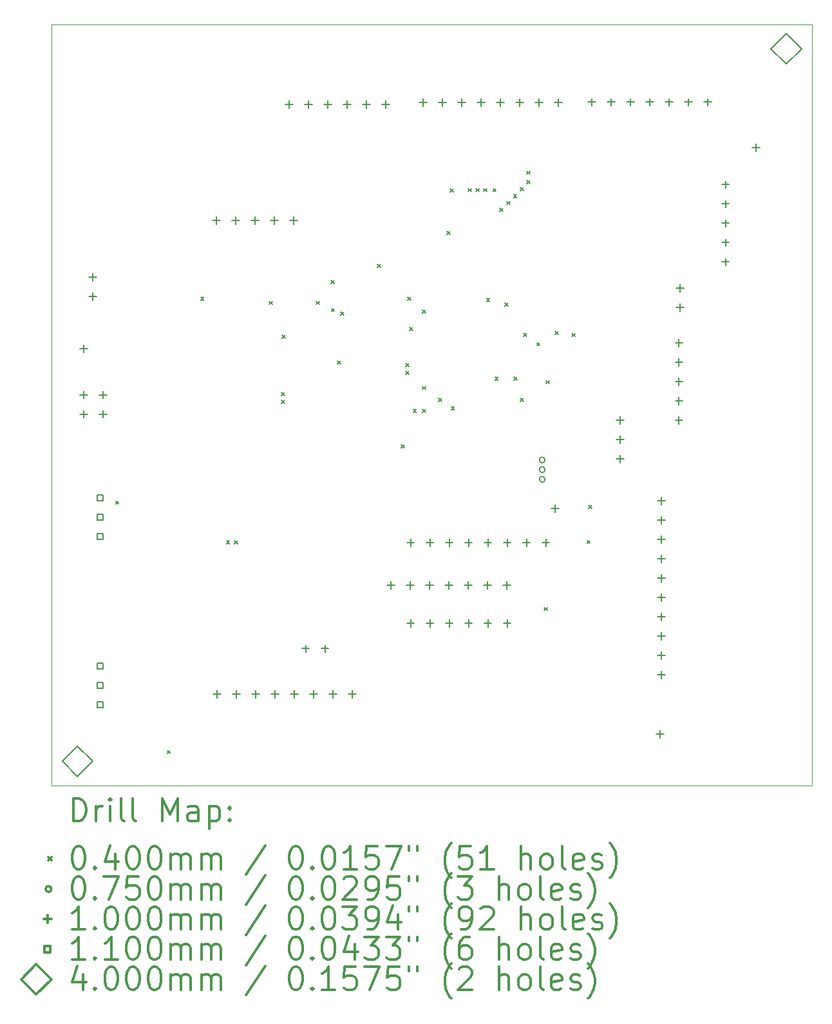
<source format=gbr>
%FSLAX45Y45*%
G04 Gerber Fmt 4.5, Leading zero omitted, Abs format (unit mm)*
G04 Created by KiCad (PCBNEW (5.1.12)-1) date 2022-08-06 16:23:51*
%MOMM*%
%LPD*%
G01*
G04 APERTURE LIST*
%TA.AperFunction,Profile*%
%ADD10C,0.050000*%
%TD*%
%ADD11C,0.200000*%
%ADD12C,0.300000*%
G04 APERTURE END LIST*
D10*
X1400000Y-19500000D02*
X1400000Y-9500000D01*
X11400000Y-19500000D02*
X1400000Y-19500000D01*
X11400000Y-9500000D02*
X11400000Y-19500000D01*
X1400000Y-9500000D02*
X11400000Y-9500000D01*
D11*
X2243750Y-15761250D02*
X2283750Y-15801250D01*
X2283750Y-15761250D02*
X2243750Y-15801250D01*
X2920000Y-19040000D02*
X2960000Y-19080000D01*
X2960000Y-19040000D02*
X2920000Y-19080000D01*
X3360000Y-13080000D02*
X3400000Y-13120000D01*
X3400000Y-13080000D02*
X3360000Y-13120000D01*
X3700000Y-16285000D02*
X3740000Y-16325000D01*
X3740000Y-16285000D02*
X3700000Y-16325000D01*
X3805000Y-16285000D02*
X3845000Y-16325000D01*
X3845000Y-16285000D02*
X3805000Y-16325000D01*
X4261350Y-13138650D02*
X4301350Y-13178650D01*
X4301350Y-13138650D02*
X4261350Y-13178650D01*
X4423750Y-14336250D02*
X4463750Y-14376250D01*
X4463750Y-14336250D02*
X4423750Y-14376250D01*
X4423750Y-14436250D02*
X4463750Y-14476250D01*
X4463750Y-14436250D02*
X4423750Y-14476250D01*
X4430000Y-13580000D02*
X4470000Y-13620000D01*
X4470000Y-13580000D02*
X4430000Y-13620000D01*
X4881350Y-13138650D02*
X4921350Y-13178650D01*
X4921350Y-13138650D02*
X4881350Y-13178650D01*
X5075000Y-12860000D02*
X5115000Y-12900000D01*
X5115000Y-12860000D02*
X5075000Y-12900000D01*
X5080000Y-13230000D02*
X5120000Y-13270000D01*
X5120000Y-13230000D02*
X5080000Y-13270000D01*
X5160000Y-13920000D02*
X5200000Y-13960000D01*
X5200000Y-13920000D02*
X5160000Y-13960000D01*
X5205000Y-13280000D02*
X5245000Y-13320000D01*
X5245000Y-13280000D02*
X5205000Y-13320000D01*
X5686250Y-12648750D02*
X5726250Y-12688750D01*
X5726250Y-12648750D02*
X5686250Y-12688750D01*
X6000000Y-15020000D02*
X6040000Y-15060000D01*
X6040000Y-15020000D02*
X6000000Y-15060000D01*
X6055000Y-13955000D02*
X6095000Y-13995000D01*
X6095000Y-13955000D02*
X6055000Y-13995000D01*
X6055000Y-14055000D02*
X6095000Y-14095000D01*
X6095000Y-14055000D02*
X6055000Y-14095000D01*
X6080000Y-13080000D02*
X6120000Y-13120000D01*
X6120000Y-13080000D02*
X6080000Y-13120000D01*
X6105000Y-13480000D02*
X6145000Y-13520000D01*
X6145000Y-13480000D02*
X6105000Y-13520000D01*
X6155000Y-14555000D02*
X6195000Y-14595000D01*
X6195000Y-14555000D02*
X6155000Y-14595000D01*
X6280000Y-13255000D02*
X6320000Y-13295000D01*
X6320000Y-13255000D02*
X6280000Y-13295000D01*
X6280000Y-14255000D02*
X6320000Y-14295000D01*
X6320000Y-14255000D02*
X6280000Y-14295000D01*
X6280000Y-14555000D02*
X6320000Y-14595000D01*
X6320000Y-14555000D02*
X6280000Y-14595000D01*
X6490000Y-14411359D02*
X6530000Y-14451359D01*
X6530000Y-14411359D02*
X6490000Y-14451359D01*
X6600000Y-12220000D02*
X6640000Y-12260000D01*
X6640000Y-12220000D02*
X6600000Y-12260000D01*
X6640000Y-11660000D02*
X6680000Y-11700000D01*
X6680000Y-11660000D02*
X6640000Y-11700000D01*
X6655000Y-14520001D02*
X6695000Y-14560001D01*
X6695000Y-14520001D02*
X6655000Y-14560001D01*
X6880000Y-11655000D02*
X6920000Y-11695000D01*
X6920000Y-11655000D02*
X6880000Y-11695000D01*
X6980000Y-11655000D02*
X7020000Y-11695000D01*
X7020000Y-11655000D02*
X6980000Y-11695000D01*
X7080000Y-11655000D02*
X7120000Y-11695000D01*
X7120000Y-11655000D02*
X7080000Y-11695000D01*
X7120000Y-13100000D02*
X7160000Y-13140000D01*
X7160000Y-13100000D02*
X7120000Y-13140000D01*
X7205000Y-11655000D02*
X7245000Y-11695000D01*
X7245000Y-11655000D02*
X7205000Y-11695000D01*
X7230000Y-14130000D02*
X7270000Y-14170000D01*
X7270000Y-14130000D02*
X7230000Y-14170000D01*
X7295625Y-11915625D02*
X7335625Y-11955625D01*
X7335625Y-11915625D02*
X7295625Y-11955625D01*
X7360000Y-13160000D02*
X7400000Y-13200000D01*
X7400000Y-13160000D02*
X7360000Y-13200000D01*
X7385625Y-11825625D02*
X7425625Y-11865625D01*
X7425625Y-11825625D02*
X7385625Y-11865625D01*
X7475625Y-11735625D02*
X7515625Y-11775625D01*
X7515625Y-11735625D02*
X7475625Y-11775625D01*
X7480000Y-14130000D02*
X7520000Y-14170000D01*
X7520000Y-14130000D02*
X7480000Y-14170000D01*
X7565000Y-14415000D02*
X7605000Y-14455000D01*
X7605000Y-14415000D02*
X7565000Y-14455000D01*
X7565625Y-11645625D02*
X7605625Y-11685625D01*
X7605625Y-11645625D02*
X7565625Y-11685625D01*
X7605000Y-13555000D02*
X7645000Y-13595000D01*
X7645000Y-13555000D02*
X7605000Y-13595000D01*
X7651500Y-11428500D02*
X7691500Y-11468500D01*
X7691500Y-11428500D02*
X7651500Y-11468500D01*
X7651500Y-11548500D02*
X7691500Y-11588500D01*
X7691500Y-11548500D02*
X7651500Y-11588500D01*
X7780000Y-13680000D02*
X7820000Y-13720000D01*
X7820000Y-13680000D02*
X7780000Y-13720000D01*
X7880000Y-17160000D02*
X7920000Y-17200000D01*
X7920000Y-17160000D02*
X7880000Y-17200000D01*
X7900000Y-14180000D02*
X7940000Y-14220000D01*
X7940000Y-14180000D02*
X7900000Y-14220000D01*
X8023750Y-13530000D02*
X8063750Y-13570000D01*
X8063750Y-13530000D02*
X8023750Y-13570000D01*
X8240000Y-13560000D02*
X8280000Y-13600000D01*
X8280000Y-13560000D02*
X8240000Y-13600000D01*
X8440000Y-16280000D02*
X8480000Y-16320000D01*
X8480000Y-16280000D02*
X8440000Y-16320000D01*
X8460000Y-15820000D02*
X8500000Y-15860000D01*
X8500000Y-15820000D02*
X8460000Y-15860000D01*
X7887500Y-15221000D02*
G75*
G03*
X7887500Y-15221000I-37500J0D01*
G01*
X7887500Y-15348000D02*
G75*
G03*
X7887500Y-15348000I-37500J0D01*
G01*
X7887500Y-15475000D02*
G75*
G03*
X7887500Y-15475000I-37500J0D01*
G01*
X1820000Y-13710000D02*
X1820000Y-13810000D01*
X1770000Y-13760000D02*
X1870000Y-13760000D01*
X1820000Y-14315000D02*
X1820000Y-14415000D01*
X1770000Y-14365000D02*
X1870000Y-14365000D01*
X1820000Y-14569000D02*
X1820000Y-14669000D01*
X1770000Y-14619000D02*
X1870000Y-14619000D01*
X1940000Y-12770000D02*
X1940000Y-12870000D01*
X1890000Y-12820000D02*
X1990000Y-12820000D01*
X1940000Y-13024000D02*
X1940000Y-13124000D01*
X1890000Y-13074000D02*
X1990000Y-13074000D01*
X2074000Y-14315000D02*
X2074000Y-14415000D01*
X2024000Y-14365000D02*
X2124000Y-14365000D01*
X2074000Y-14569000D02*
X2074000Y-14669000D01*
X2024000Y-14619000D02*
X2124000Y-14619000D01*
X3567000Y-12025000D02*
X3567000Y-12125000D01*
X3517000Y-12075000D02*
X3617000Y-12075000D01*
X3575000Y-18250000D02*
X3575000Y-18350000D01*
X3525000Y-18300000D02*
X3625000Y-18300000D01*
X3821000Y-12025000D02*
X3821000Y-12125000D01*
X3771000Y-12075000D02*
X3871000Y-12075000D01*
X3829000Y-18250000D02*
X3829000Y-18350000D01*
X3779000Y-18300000D02*
X3879000Y-18300000D01*
X4075000Y-12025000D02*
X4075000Y-12125000D01*
X4025000Y-12075000D02*
X4125000Y-12075000D01*
X4083000Y-18250000D02*
X4083000Y-18350000D01*
X4033000Y-18300000D02*
X4133000Y-18300000D01*
X4329000Y-12025000D02*
X4329000Y-12125000D01*
X4279000Y-12075000D02*
X4379000Y-12075000D01*
X4337000Y-18250000D02*
X4337000Y-18350000D01*
X4287000Y-18300000D02*
X4387000Y-18300000D01*
X4525000Y-10500000D02*
X4525000Y-10600000D01*
X4475000Y-10550000D02*
X4575000Y-10550000D01*
X4583000Y-12025000D02*
X4583000Y-12125000D01*
X4533000Y-12075000D02*
X4633000Y-12075000D01*
X4591000Y-18250000D02*
X4591000Y-18350000D01*
X4541000Y-18300000D02*
X4641000Y-18300000D01*
X4740000Y-17650000D02*
X4740000Y-17750000D01*
X4690000Y-17700000D02*
X4790000Y-17700000D01*
X4779000Y-10500000D02*
X4779000Y-10600000D01*
X4729000Y-10550000D02*
X4829000Y-10550000D01*
X4845000Y-18250000D02*
X4845000Y-18350000D01*
X4795000Y-18300000D02*
X4895000Y-18300000D01*
X4994000Y-17650000D02*
X4994000Y-17750000D01*
X4944000Y-17700000D02*
X5044000Y-17700000D01*
X5033000Y-10500000D02*
X5033000Y-10600000D01*
X4983000Y-10550000D02*
X5083000Y-10550000D01*
X5099000Y-18250000D02*
X5099000Y-18350000D01*
X5049000Y-18300000D02*
X5149000Y-18300000D01*
X5287000Y-10500000D02*
X5287000Y-10600000D01*
X5237000Y-10550000D02*
X5337000Y-10550000D01*
X5353000Y-18250000D02*
X5353000Y-18350000D01*
X5303000Y-18300000D02*
X5403000Y-18300000D01*
X5541000Y-10500000D02*
X5541000Y-10600000D01*
X5491000Y-10550000D02*
X5591000Y-10550000D01*
X5795000Y-10500000D02*
X5795000Y-10600000D01*
X5745000Y-10550000D02*
X5845000Y-10550000D01*
X5860000Y-16815000D02*
X5860000Y-16915000D01*
X5810000Y-16865000D02*
X5910000Y-16865000D01*
X6114000Y-16815000D02*
X6114000Y-16915000D01*
X6064000Y-16865000D02*
X6164000Y-16865000D01*
X6120000Y-16255000D02*
X6120000Y-16355000D01*
X6070000Y-16305000D02*
X6170000Y-16305000D01*
X6120000Y-17315000D02*
X6120000Y-17415000D01*
X6070000Y-17365000D02*
X6170000Y-17365000D01*
X6284000Y-10475000D02*
X6284000Y-10575000D01*
X6234000Y-10525000D02*
X6334000Y-10525000D01*
X6368000Y-16815000D02*
X6368000Y-16915000D01*
X6318000Y-16865000D02*
X6418000Y-16865000D01*
X6374000Y-16255000D02*
X6374000Y-16355000D01*
X6324000Y-16305000D02*
X6424000Y-16305000D01*
X6374000Y-17315000D02*
X6374000Y-17415000D01*
X6324000Y-17365000D02*
X6424000Y-17365000D01*
X6538000Y-10475000D02*
X6538000Y-10575000D01*
X6488000Y-10525000D02*
X6588000Y-10525000D01*
X6622000Y-16815000D02*
X6622000Y-16915000D01*
X6572000Y-16865000D02*
X6672000Y-16865000D01*
X6628000Y-16255000D02*
X6628000Y-16355000D01*
X6578000Y-16305000D02*
X6678000Y-16305000D01*
X6628000Y-17315000D02*
X6628000Y-17415000D01*
X6578000Y-17365000D02*
X6678000Y-17365000D01*
X6792000Y-10475000D02*
X6792000Y-10575000D01*
X6742000Y-10525000D02*
X6842000Y-10525000D01*
X6876000Y-16815000D02*
X6876000Y-16915000D01*
X6826000Y-16865000D02*
X6926000Y-16865000D01*
X6882000Y-16255000D02*
X6882000Y-16355000D01*
X6832000Y-16305000D02*
X6932000Y-16305000D01*
X6882000Y-17315000D02*
X6882000Y-17415000D01*
X6832000Y-17365000D02*
X6932000Y-17365000D01*
X7046000Y-10475000D02*
X7046000Y-10575000D01*
X6996000Y-10525000D02*
X7096000Y-10525000D01*
X7130000Y-16815000D02*
X7130000Y-16915000D01*
X7080000Y-16865000D02*
X7180000Y-16865000D01*
X7136000Y-16255000D02*
X7136000Y-16355000D01*
X7086000Y-16305000D02*
X7186000Y-16305000D01*
X7136000Y-17315000D02*
X7136000Y-17415000D01*
X7086000Y-17365000D02*
X7186000Y-17365000D01*
X7300000Y-10475000D02*
X7300000Y-10575000D01*
X7250000Y-10525000D02*
X7350000Y-10525000D01*
X7384000Y-16815000D02*
X7384000Y-16915000D01*
X7334000Y-16865000D02*
X7434000Y-16865000D01*
X7390000Y-16255000D02*
X7390000Y-16355000D01*
X7340000Y-16305000D02*
X7440000Y-16305000D01*
X7390000Y-17315000D02*
X7390000Y-17415000D01*
X7340000Y-17365000D02*
X7440000Y-17365000D01*
X7554000Y-10475000D02*
X7554000Y-10575000D01*
X7504000Y-10525000D02*
X7604000Y-10525000D01*
X7644000Y-16255000D02*
X7644000Y-16355000D01*
X7594000Y-16305000D02*
X7694000Y-16305000D01*
X7808000Y-10475000D02*
X7808000Y-10575000D01*
X7758000Y-10525000D02*
X7858000Y-10525000D01*
X7898000Y-16255000D02*
X7898000Y-16355000D01*
X7848000Y-16305000D02*
X7948000Y-16305000D01*
X8020000Y-15810000D02*
X8020000Y-15910000D01*
X7970000Y-15860000D02*
X8070000Y-15860000D01*
X8062000Y-10475000D02*
X8062000Y-10575000D01*
X8012000Y-10525000D02*
X8112000Y-10525000D01*
X8500000Y-10470000D02*
X8500000Y-10570000D01*
X8450000Y-10520000D02*
X8550000Y-10520000D01*
X8754000Y-10470000D02*
X8754000Y-10570000D01*
X8704000Y-10520000D02*
X8804000Y-10520000D01*
X8875000Y-14650000D02*
X8875000Y-14750000D01*
X8825000Y-14700000D02*
X8925000Y-14700000D01*
X8875000Y-14904000D02*
X8875000Y-15004000D01*
X8825000Y-14954000D02*
X8925000Y-14954000D01*
X8875000Y-15158000D02*
X8875000Y-15258000D01*
X8825000Y-15208000D02*
X8925000Y-15208000D01*
X9008000Y-10470000D02*
X9008000Y-10570000D01*
X8958000Y-10520000D02*
X9058000Y-10520000D01*
X9262000Y-10470000D02*
X9262000Y-10570000D01*
X9212000Y-10520000D02*
X9312000Y-10520000D01*
X9400000Y-18770000D02*
X9400000Y-18870000D01*
X9350000Y-18820000D02*
X9450000Y-18820000D01*
X9420000Y-15704000D02*
X9420000Y-15804000D01*
X9370000Y-15754000D02*
X9470000Y-15754000D01*
X9420000Y-15958000D02*
X9420000Y-16058000D01*
X9370000Y-16008000D02*
X9470000Y-16008000D01*
X9420000Y-16212000D02*
X9420000Y-16312000D01*
X9370000Y-16262000D02*
X9470000Y-16262000D01*
X9420000Y-16466000D02*
X9420000Y-16566000D01*
X9370000Y-16516000D02*
X9470000Y-16516000D01*
X9420000Y-16720000D02*
X9420000Y-16820000D01*
X9370000Y-16770000D02*
X9470000Y-16770000D01*
X9420000Y-16974000D02*
X9420000Y-17074000D01*
X9370000Y-17024000D02*
X9470000Y-17024000D01*
X9420000Y-17228000D02*
X9420000Y-17328000D01*
X9370000Y-17278000D02*
X9470000Y-17278000D01*
X9420000Y-17482000D02*
X9420000Y-17582000D01*
X9370000Y-17532000D02*
X9470000Y-17532000D01*
X9420000Y-17736000D02*
X9420000Y-17836000D01*
X9370000Y-17786000D02*
X9470000Y-17786000D01*
X9420000Y-17990000D02*
X9420000Y-18090000D01*
X9370000Y-18040000D02*
X9470000Y-18040000D01*
X9516000Y-10470000D02*
X9516000Y-10570000D01*
X9466000Y-10520000D02*
X9566000Y-10520000D01*
X9650000Y-13634000D02*
X9650000Y-13734000D01*
X9600000Y-13684000D02*
X9700000Y-13684000D01*
X9650000Y-13888000D02*
X9650000Y-13988000D01*
X9600000Y-13938000D02*
X9700000Y-13938000D01*
X9650000Y-14142000D02*
X9650000Y-14242000D01*
X9600000Y-14192000D02*
X9700000Y-14192000D01*
X9650000Y-14396000D02*
X9650000Y-14496000D01*
X9600000Y-14446000D02*
X9700000Y-14446000D01*
X9650000Y-14650000D02*
X9650000Y-14750000D01*
X9600000Y-14700000D02*
X9700000Y-14700000D01*
X9660000Y-12910000D02*
X9660000Y-13010000D01*
X9610000Y-12960000D02*
X9710000Y-12960000D01*
X9660000Y-13164000D02*
X9660000Y-13264000D01*
X9610000Y-13214000D02*
X9710000Y-13214000D01*
X9770000Y-10470000D02*
X9770000Y-10570000D01*
X9720000Y-10520000D02*
X9820000Y-10520000D01*
X10024000Y-10470000D02*
X10024000Y-10570000D01*
X9974000Y-10520000D02*
X10074000Y-10520000D01*
X10260000Y-11554000D02*
X10260000Y-11654000D01*
X10210000Y-11604000D02*
X10310000Y-11604000D01*
X10260000Y-11808000D02*
X10260000Y-11908000D01*
X10210000Y-11858000D02*
X10310000Y-11858000D01*
X10260000Y-12062000D02*
X10260000Y-12162000D01*
X10210000Y-12112000D02*
X10310000Y-12112000D01*
X10260000Y-12316000D02*
X10260000Y-12416000D01*
X10210000Y-12366000D02*
X10310000Y-12366000D01*
X10260000Y-12570000D02*
X10260000Y-12670000D01*
X10210000Y-12620000D02*
X10310000Y-12620000D01*
X10660000Y-11070000D02*
X10660000Y-11170000D01*
X10610000Y-11120000D02*
X10710000Y-11120000D01*
X2078891Y-15755891D02*
X2078891Y-15678109D01*
X2001109Y-15678109D01*
X2001109Y-15755891D01*
X2078891Y-15755891D01*
X2078891Y-16009891D02*
X2078891Y-15932109D01*
X2001109Y-15932109D01*
X2001109Y-16009891D01*
X2078891Y-16009891D01*
X2078891Y-16263891D02*
X2078891Y-16186109D01*
X2001109Y-16186109D01*
X2001109Y-16263891D01*
X2078891Y-16263891D01*
X2078891Y-17970891D02*
X2078891Y-17893109D01*
X2001109Y-17893109D01*
X2001109Y-17970891D01*
X2078891Y-17970891D01*
X2078891Y-18224891D02*
X2078891Y-18147109D01*
X2001109Y-18147109D01*
X2001109Y-18224891D01*
X2078891Y-18224891D01*
X2078891Y-18478891D02*
X2078891Y-18401109D01*
X2001109Y-18401109D01*
X2001109Y-18478891D01*
X2078891Y-18478891D01*
X1740000Y-19380000D02*
X1940000Y-19180000D01*
X1740000Y-18980000D01*
X1540000Y-19180000D01*
X1740000Y-19380000D01*
X11060000Y-10020000D02*
X11260000Y-9820000D01*
X11060000Y-9620000D01*
X10860000Y-9820000D01*
X11060000Y-10020000D01*
D12*
X1683928Y-19968214D02*
X1683928Y-19668214D01*
X1755357Y-19668214D01*
X1798214Y-19682500D01*
X1826786Y-19711072D01*
X1841071Y-19739643D01*
X1855357Y-19796786D01*
X1855357Y-19839643D01*
X1841071Y-19896786D01*
X1826786Y-19925357D01*
X1798214Y-19953929D01*
X1755357Y-19968214D01*
X1683928Y-19968214D01*
X1983928Y-19968214D02*
X1983928Y-19768214D01*
X1983928Y-19825357D02*
X1998214Y-19796786D01*
X2012500Y-19782500D01*
X2041071Y-19768214D01*
X2069643Y-19768214D01*
X2169643Y-19968214D02*
X2169643Y-19768214D01*
X2169643Y-19668214D02*
X2155357Y-19682500D01*
X2169643Y-19696786D01*
X2183928Y-19682500D01*
X2169643Y-19668214D01*
X2169643Y-19696786D01*
X2355357Y-19968214D02*
X2326786Y-19953929D01*
X2312500Y-19925357D01*
X2312500Y-19668214D01*
X2512500Y-19968214D02*
X2483928Y-19953929D01*
X2469643Y-19925357D01*
X2469643Y-19668214D01*
X2855357Y-19968214D02*
X2855357Y-19668214D01*
X2955357Y-19882500D01*
X3055357Y-19668214D01*
X3055357Y-19968214D01*
X3326786Y-19968214D02*
X3326786Y-19811072D01*
X3312500Y-19782500D01*
X3283928Y-19768214D01*
X3226786Y-19768214D01*
X3198214Y-19782500D01*
X3326786Y-19953929D02*
X3298214Y-19968214D01*
X3226786Y-19968214D01*
X3198214Y-19953929D01*
X3183928Y-19925357D01*
X3183928Y-19896786D01*
X3198214Y-19868214D01*
X3226786Y-19853929D01*
X3298214Y-19853929D01*
X3326786Y-19839643D01*
X3469643Y-19768214D02*
X3469643Y-20068214D01*
X3469643Y-19782500D02*
X3498214Y-19768214D01*
X3555357Y-19768214D01*
X3583928Y-19782500D01*
X3598214Y-19796786D01*
X3612500Y-19825357D01*
X3612500Y-19911072D01*
X3598214Y-19939643D01*
X3583928Y-19953929D01*
X3555357Y-19968214D01*
X3498214Y-19968214D01*
X3469643Y-19953929D01*
X3741071Y-19939643D02*
X3755357Y-19953929D01*
X3741071Y-19968214D01*
X3726786Y-19953929D01*
X3741071Y-19939643D01*
X3741071Y-19968214D01*
X3741071Y-19782500D02*
X3755357Y-19796786D01*
X3741071Y-19811072D01*
X3726786Y-19796786D01*
X3741071Y-19782500D01*
X3741071Y-19811072D01*
X1357500Y-20442500D02*
X1397500Y-20482500D01*
X1397500Y-20442500D02*
X1357500Y-20482500D01*
X1741071Y-20298214D02*
X1769643Y-20298214D01*
X1798214Y-20312500D01*
X1812500Y-20326786D01*
X1826786Y-20355357D01*
X1841071Y-20412500D01*
X1841071Y-20483929D01*
X1826786Y-20541072D01*
X1812500Y-20569643D01*
X1798214Y-20583929D01*
X1769643Y-20598214D01*
X1741071Y-20598214D01*
X1712500Y-20583929D01*
X1698214Y-20569643D01*
X1683928Y-20541072D01*
X1669643Y-20483929D01*
X1669643Y-20412500D01*
X1683928Y-20355357D01*
X1698214Y-20326786D01*
X1712500Y-20312500D01*
X1741071Y-20298214D01*
X1969643Y-20569643D02*
X1983928Y-20583929D01*
X1969643Y-20598214D01*
X1955357Y-20583929D01*
X1969643Y-20569643D01*
X1969643Y-20598214D01*
X2241071Y-20398214D02*
X2241071Y-20598214D01*
X2169643Y-20283929D02*
X2098214Y-20498214D01*
X2283928Y-20498214D01*
X2455357Y-20298214D02*
X2483928Y-20298214D01*
X2512500Y-20312500D01*
X2526786Y-20326786D01*
X2541071Y-20355357D01*
X2555357Y-20412500D01*
X2555357Y-20483929D01*
X2541071Y-20541072D01*
X2526786Y-20569643D01*
X2512500Y-20583929D01*
X2483928Y-20598214D01*
X2455357Y-20598214D01*
X2426786Y-20583929D01*
X2412500Y-20569643D01*
X2398214Y-20541072D01*
X2383928Y-20483929D01*
X2383928Y-20412500D01*
X2398214Y-20355357D01*
X2412500Y-20326786D01*
X2426786Y-20312500D01*
X2455357Y-20298214D01*
X2741071Y-20298214D02*
X2769643Y-20298214D01*
X2798214Y-20312500D01*
X2812500Y-20326786D01*
X2826786Y-20355357D01*
X2841071Y-20412500D01*
X2841071Y-20483929D01*
X2826786Y-20541072D01*
X2812500Y-20569643D01*
X2798214Y-20583929D01*
X2769643Y-20598214D01*
X2741071Y-20598214D01*
X2712500Y-20583929D01*
X2698214Y-20569643D01*
X2683928Y-20541072D01*
X2669643Y-20483929D01*
X2669643Y-20412500D01*
X2683928Y-20355357D01*
X2698214Y-20326786D01*
X2712500Y-20312500D01*
X2741071Y-20298214D01*
X2969643Y-20598214D02*
X2969643Y-20398214D01*
X2969643Y-20426786D02*
X2983928Y-20412500D01*
X3012500Y-20398214D01*
X3055357Y-20398214D01*
X3083928Y-20412500D01*
X3098214Y-20441072D01*
X3098214Y-20598214D01*
X3098214Y-20441072D02*
X3112500Y-20412500D01*
X3141071Y-20398214D01*
X3183928Y-20398214D01*
X3212500Y-20412500D01*
X3226786Y-20441072D01*
X3226786Y-20598214D01*
X3369643Y-20598214D02*
X3369643Y-20398214D01*
X3369643Y-20426786D02*
X3383928Y-20412500D01*
X3412500Y-20398214D01*
X3455357Y-20398214D01*
X3483928Y-20412500D01*
X3498214Y-20441072D01*
X3498214Y-20598214D01*
X3498214Y-20441072D02*
X3512500Y-20412500D01*
X3541071Y-20398214D01*
X3583928Y-20398214D01*
X3612500Y-20412500D01*
X3626786Y-20441072D01*
X3626786Y-20598214D01*
X4212500Y-20283929D02*
X3955357Y-20669643D01*
X4598214Y-20298214D02*
X4626786Y-20298214D01*
X4655357Y-20312500D01*
X4669643Y-20326786D01*
X4683928Y-20355357D01*
X4698214Y-20412500D01*
X4698214Y-20483929D01*
X4683928Y-20541072D01*
X4669643Y-20569643D01*
X4655357Y-20583929D01*
X4626786Y-20598214D01*
X4598214Y-20598214D01*
X4569643Y-20583929D01*
X4555357Y-20569643D01*
X4541071Y-20541072D01*
X4526786Y-20483929D01*
X4526786Y-20412500D01*
X4541071Y-20355357D01*
X4555357Y-20326786D01*
X4569643Y-20312500D01*
X4598214Y-20298214D01*
X4826786Y-20569643D02*
X4841071Y-20583929D01*
X4826786Y-20598214D01*
X4812500Y-20583929D01*
X4826786Y-20569643D01*
X4826786Y-20598214D01*
X5026786Y-20298214D02*
X5055357Y-20298214D01*
X5083928Y-20312500D01*
X5098214Y-20326786D01*
X5112500Y-20355357D01*
X5126786Y-20412500D01*
X5126786Y-20483929D01*
X5112500Y-20541072D01*
X5098214Y-20569643D01*
X5083928Y-20583929D01*
X5055357Y-20598214D01*
X5026786Y-20598214D01*
X4998214Y-20583929D01*
X4983928Y-20569643D01*
X4969643Y-20541072D01*
X4955357Y-20483929D01*
X4955357Y-20412500D01*
X4969643Y-20355357D01*
X4983928Y-20326786D01*
X4998214Y-20312500D01*
X5026786Y-20298214D01*
X5412500Y-20598214D02*
X5241071Y-20598214D01*
X5326786Y-20598214D02*
X5326786Y-20298214D01*
X5298214Y-20341072D01*
X5269643Y-20369643D01*
X5241071Y-20383929D01*
X5683928Y-20298214D02*
X5541071Y-20298214D01*
X5526786Y-20441072D01*
X5541071Y-20426786D01*
X5569643Y-20412500D01*
X5641071Y-20412500D01*
X5669643Y-20426786D01*
X5683928Y-20441072D01*
X5698214Y-20469643D01*
X5698214Y-20541072D01*
X5683928Y-20569643D01*
X5669643Y-20583929D01*
X5641071Y-20598214D01*
X5569643Y-20598214D01*
X5541071Y-20583929D01*
X5526786Y-20569643D01*
X5798214Y-20298214D02*
X5998214Y-20298214D01*
X5869643Y-20598214D01*
X6098214Y-20298214D02*
X6098214Y-20355357D01*
X6212500Y-20298214D02*
X6212500Y-20355357D01*
X6655357Y-20712500D02*
X6641071Y-20698214D01*
X6612500Y-20655357D01*
X6598214Y-20626786D01*
X6583928Y-20583929D01*
X6569643Y-20512500D01*
X6569643Y-20455357D01*
X6583928Y-20383929D01*
X6598214Y-20341072D01*
X6612500Y-20312500D01*
X6641071Y-20269643D01*
X6655357Y-20255357D01*
X6912500Y-20298214D02*
X6769643Y-20298214D01*
X6755357Y-20441072D01*
X6769643Y-20426786D01*
X6798214Y-20412500D01*
X6869643Y-20412500D01*
X6898214Y-20426786D01*
X6912500Y-20441072D01*
X6926786Y-20469643D01*
X6926786Y-20541072D01*
X6912500Y-20569643D01*
X6898214Y-20583929D01*
X6869643Y-20598214D01*
X6798214Y-20598214D01*
X6769643Y-20583929D01*
X6755357Y-20569643D01*
X7212500Y-20598214D02*
X7041071Y-20598214D01*
X7126786Y-20598214D02*
X7126786Y-20298214D01*
X7098214Y-20341072D01*
X7069643Y-20369643D01*
X7041071Y-20383929D01*
X7569643Y-20598214D02*
X7569643Y-20298214D01*
X7698214Y-20598214D02*
X7698214Y-20441072D01*
X7683928Y-20412500D01*
X7655357Y-20398214D01*
X7612500Y-20398214D01*
X7583928Y-20412500D01*
X7569643Y-20426786D01*
X7883928Y-20598214D02*
X7855357Y-20583929D01*
X7841071Y-20569643D01*
X7826786Y-20541072D01*
X7826786Y-20455357D01*
X7841071Y-20426786D01*
X7855357Y-20412500D01*
X7883928Y-20398214D01*
X7926786Y-20398214D01*
X7955357Y-20412500D01*
X7969643Y-20426786D01*
X7983928Y-20455357D01*
X7983928Y-20541072D01*
X7969643Y-20569643D01*
X7955357Y-20583929D01*
X7926786Y-20598214D01*
X7883928Y-20598214D01*
X8155357Y-20598214D02*
X8126786Y-20583929D01*
X8112500Y-20555357D01*
X8112500Y-20298214D01*
X8383928Y-20583929D02*
X8355357Y-20598214D01*
X8298214Y-20598214D01*
X8269643Y-20583929D01*
X8255357Y-20555357D01*
X8255357Y-20441072D01*
X8269643Y-20412500D01*
X8298214Y-20398214D01*
X8355357Y-20398214D01*
X8383928Y-20412500D01*
X8398214Y-20441072D01*
X8398214Y-20469643D01*
X8255357Y-20498214D01*
X8512500Y-20583929D02*
X8541071Y-20598214D01*
X8598214Y-20598214D01*
X8626786Y-20583929D01*
X8641071Y-20555357D01*
X8641071Y-20541072D01*
X8626786Y-20512500D01*
X8598214Y-20498214D01*
X8555357Y-20498214D01*
X8526786Y-20483929D01*
X8512500Y-20455357D01*
X8512500Y-20441072D01*
X8526786Y-20412500D01*
X8555357Y-20398214D01*
X8598214Y-20398214D01*
X8626786Y-20412500D01*
X8741071Y-20712500D02*
X8755357Y-20698214D01*
X8783928Y-20655357D01*
X8798214Y-20626786D01*
X8812500Y-20583929D01*
X8826786Y-20512500D01*
X8826786Y-20455357D01*
X8812500Y-20383929D01*
X8798214Y-20341072D01*
X8783928Y-20312500D01*
X8755357Y-20269643D01*
X8741071Y-20255357D01*
X1397500Y-20858500D02*
G75*
G03*
X1397500Y-20858500I-37500J0D01*
G01*
X1741071Y-20694214D02*
X1769643Y-20694214D01*
X1798214Y-20708500D01*
X1812500Y-20722786D01*
X1826786Y-20751357D01*
X1841071Y-20808500D01*
X1841071Y-20879929D01*
X1826786Y-20937072D01*
X1812500Y-20965643D01*
X1798214Y-20979929D01*
X1769643Y-20994214D01*
X1741071Y-20994214D01*
X1712500Y-20979929D01*
X1698214Y-20965643D01*
X1683928Y-20937072D01*
X1669643Y-20879929D01*
X1669643Y-20808500D01*
X1683928Y-20751357D01*
X1698214Y-20722786D01*
X1712500Y-20708500D01*
X1741071Y-20694214D01*
X1969643Y-20965643D02*
X1983928Y-20979929D01*
X1969643Y-20994214D01*
X1955357Y-20979929D01*
X1969643Y-20965643D01*
X1969643Y-20994214D01*
X2083928Y-20694214D02*
X2283928Y-20694214D01*
X2155357Y-20994214D01*
X2541071Y-20694214D02*
X2398214Y-20694214D01*
X2383928Y-20837072D01*
X2398214Y-20822786D01*
X2426786Y-20808500D01*
X2498214Y-20808500D01*
X2526786Y-20822786D01*
X2541071Y-20837072D01*
X2555357Y-20865643D01*
X2555357Y-20937072D01*
X2541071Y-20965643D01*
X2526786Y-20979929D01*
X2498214Y-20994214D01*
X2426786Y-20994214D01*
X2398214Y-20979929D01*
X2383928Y-20965643D01*
X2741071Y-20694214D02*
X2769643Y-20694214D01*
X2798214Y-20708500D01*
X2812500Y-20722786D01*
X2826786Y-20751357D01*
X2841071Y-20808500D01*
X2841071Y-20879929D01*
X2826786Y-20937072D01*
X2812500Y-20965643D01*
X2798214Y-20979929D01*
X2769643Y-20994214D01*
X2741071Y-20994214D01*
X2712500Y-20979929D01*
X2698214Y-20965643D01*
X2683928Y-20937072D01*
X2669643Y-20879929D01*
X2669643Y-20808500D01*
X2683928Y-20751357D01*
X2698214Y-20722786D01*
X2712500Y-20708500D01*
X2741071Y-20694214D01*
X2969643Y-20994214D02*
X2969643Y-20794214D01*
X2969643Y-20822786D02*
X2983928Y-20808500D01*
X3012500Y-20794214D01*
X3055357Y-20794214D01*
X3083928Y-20808500D01*
X3098214Y-20837072D01*
X3098214Y-20994214D01*
X3098214Y-20837072D02*
X3112500Y-20808500D01*
X3141071Y-20794214D01*
X3183928Y-20794214D01*
X3212500Y-20808500D01*
X3226786Y-20837072D01*
X3226786Y-20994214D01*
X3369643Y-20994214D02*
X3369643Y-20794214D01*
X3369643Y-20822786D02*
X3383928Y-20808500D01*
X3412500Y-20794214D01*
X3455357Y-20794214D01*
X3483928Y-20808500D01*
X3498214Y-20837072D01*
X3498214Y-20994214D01*
X3498214Y-20837072D02*
X3512500Y-20808500D01*
X3541071Y-20794214D01*
X3583928Y-20794214D01*
X3612500Y-20808500D01*
X3626786Y-20837072D01*
X3626786Y-20994214D01*
X4212500Y-20679929D02*
X3955357Y-21065643D01*
X4598214Y-20694214D02*
X4626786Y-20694214D01*
X4655357Y-20708500D01*
X4669643Y-20722786D01*
X4683928Y-20751357D01*
X4698214Y-20808500D01*
X4698214Y-20879929D01*
X4683928Y-20937072D01*
X4669643Y-20965643D01*
X4655357Y-20979929D01*
X4626786Y-20994214D01*
X4598214Y-20994214D01*
X4569643Y-20979929D01*
X4555357Y-20965643D01*
X4541071Y-20937072D01*
X4526786Y-20879929D01*
X4526786Y-20808500D01*
X4541071Y-20751357D01*
X4555357Y-20722786D01*
X4569643Y-20708500D01*
X4598214Y-20694214D01*
X4826786Y-20965643D02*
X4841071Y-20979929D01*
X4826786Y-20994214D01*
X4812500Y-20979929D01*
X4826786Y-20965643D01*
X4826786Y-20994214D01*
X5026786Y-20694214D02*
X5055357Y-20694214D01*
X5083928Y-20708500D01*
X5098214Y-20722786D01*
X5112500Y-20751357D01*
X5126786Y-20808500D01*
X5126786Y-20879929D01*
X5112500Y-20937072D01*
X5098214Y-20965643D01*
X5083928Y-20979929D01*
X5055357Y-20994214D01*
X5026786Y-20994214D01*
X4998214Y-20979929D01*
X4983928Y-20965643D01*
X4969643Y-20937072D01*
X4955357Y-20879929D01*
X4955357Y-20808500D01*
X4969643Y-20751357D01*
X4983928Y-20722786D01*
X4998214Y-20708500D01*
X5026786Y-20694214D01*
X5241071Y-20722786D02*
X5255357Y-20708500D01*
X5283928Y-20694214D01*
X5355357Y-20694214D01*
X5383928Y-20708500D01*
X5398214Y-20722786D01*
X5412500Y-20751357D01*
X5412500Y-20779929D01*
X5398214Y-20822786D01*
X5226786Y-20994214D01*
X5412500Y-20994214D01*
X5555357Y-20994214D02*
X5612500Y-20994214D01*
X5641071Y-20979929D01*
X5655357Y-20965643D01*
X5683928Y-20922786D01*
X5698214Y-20865643D01*
X5698214Y-20751357D01*
X5683928Y-20722786D01*
X5669643Y-20708500D01*
X5641071Y-20694214D01*
X5583928Y-20694214D01*
X5555357Y-20708500D01*
X5541071Y-20722786D01*
X5526786Y-20751357D01*
X5526786Y-20822786D01*
X5541071Y-20851357D01*
X5555357Y-20865643D01*
X5583928Y-20879929D01*
X5641071Y-20879929D01*
X5669643Y-20865643D01*
X5683928Y-20851357D01*
X5698214Y-20822786D01*
X5969643Y-20694214D02*
X5826786Y-20694214D01*
X5812500Y-20837072D01*
X5826786Y-20822786D01*
X5855357Y-20808500D01*
X5926786Y-20808500D01*
X5955357Y-20822786D01*
X5969643Y-20837072D01*
X5983928Y-20865643D01*
X5983928Y-20937072D01*
X5969643Y-20965643D01*
X5955357Y-20979929D01*
X5926786Y-20994214D01*
X5855357Y-20994214D01*
X5826786Y-20979929D01*
X5812500Y-20965643D01*
X6098214Y-20694214D02*
X6098214Y-20751357D01*
X6212500Y-20694214D02*
X6212500Y-20751357D01*
X6655357Y-21108500D02*
X6641071Y-21094214D01*
X6612500Y-21051357D01*
X6598214Y-21022786D01*
X6583928Y-20979929D01*
X6569643Y-20908500D01*
X6569643Y-20851357D01*
X6583928Y-20779929D01*
X6598214Y-20737072D01*
X6612500Y-20708500D01*
X6641071Y-20665643D01*
X6655357Y-20651357D01*
X6741071Y-20694214D02*
X6926786Y-20694214D01*
X6826786Y-20808500D01*
X6869643Y-20808500D01*
X6898214Y-20822786D01*
X6912500Y-20837072D01*
X6926786Y-20865643D01*
X6926786Y-20937072D01*
X6912500Y-20965643D01*
X6898214Y-20979929D01*
X6869643Y-20994214D01*
X6783928Y-20994214D01*
X6755357Y-20979929D01*
X6741071Y-20965643D01*
X7283928Y-20994214D02*
X7283928Y-20694214D01*
X7412500Y-20994214D02*
X7412500Y-20837072D01*
X7398214Y-20808500D01*
X7369643Y-20794214D01*
X7326786Y-20794214D01*
X7298214Y-20808500D01*
X7283928Y-20822786D01*
X7598214Y-20994214D02*
X7569643Y-20979929D01*
X7555357Y-20965643D01*
X7541071Y-20937072D01*
X7541071Y-20851357D01*
X7555357Y-20822786D01*
X7569643Y-20808500D01*
X7598214Y-20794214D01*
X7641071Y-20794214D01*
X7669643Y-20808500D01*
X7683928Y-20822786D01*
X7698214Y-20851357D01*
X7698214Y-20937072D01*
X7683928Y-20965643D01*
X7669643Y-20979929D01*
X7641071Y-20994214D01*
X7598214Y-20994214D01*
X7869643Y-20994214D02*
X7841071Y-20979929D01*
X7826786Y-20951357D01*
X7826786Y-20694214D01*
X8098214Y-20979929D02*
X8069643Y-20994214D01*
X8012500Y-20994214D01*
X7983928Y-20979929D01*
X7969643Y-20951357D01*
X7969643Y-20837072D01*
X7983928Y-20808500D01*
X8012500Y-20794214D01*
X8069643Y-20794214D01*
X8098214Y-20808500D01*
X8112500Y-20837072D01*
X8112500Y-20865643D01*
X7969643Y-20894214D01*
X8226786Y-20979929D02*
X8255357Y-20994214D01*
X8312500Y-20994214D01*
X8341071Y-20979929D01*
X8355357Y-20951357D01*
X8355357Y-20937072D01*
X8341071Y-20908500D01*
X8312500Y-20894214D01*
X8269643Y-20894214D01*
X8241071Y-20879929D01*
X8226786Y-20851357D01*
X8226786Y-20837072D01*
X8241071Y-20808500D01*
X8269643Y-20794214D01*
X8312500Y-20794214D01*
X8341071Y-20808500D01*
X8455357Y-21108500D02*
X8469643Y-21094214D01*
X8498214Y-21051357D01*
X8512500Y-21022786D01*
X8526786Y-20979929D01*
X8541071Y-20908500D01*
X8541071Y-20851357D01*
X8526786Y-20779929D01*
X8512500Y-20737072D01*
X8498214Y-20708500D01*
X8469643Y-20665643D01*
X8455357Y-20651357D01*
X1347500Y-21204500D02*
X1347500Y-21304500D01*
X1297500Y-21254500D02*
X1397500Y-21254500D01*
X1841071Y-21390214D02*
X1669643Y-21390214D01*
X1755357Y-21390214D02*
X1755357Y-21090214D01*
X1726786Y-21133072D01*
X1698214Y-21161643D01*
X1669643Y-21175929D01*
X1969643Y-21361643D02*
X1983928Y-21375929D01*
X1969643Y-21390214D01*
X1955357Y-21375929D01*
X1969643Y-21361643D01*
X1969643Y-21390214D01*
X2169643Y-21090214D02*
X2198214Y-21090214D01*
X2226786Y-21104500D01*
X2241071Y-21118786D01*
X2255357Y-21147357D01*
X2269643Y-21204500D01*
X2269643Y-21275929D01*
X2255357Y-21333072D01*
X2241071Y-21361643D01*
X2226786Y-21375929D01*
X2198214Y-21390214D01*
X2169643Y-21390214D01*
X2141071Y-21375929D01*
X2126786Y-21361643D01*
X2112500Y-21333072D01*
X2098214Y-21275929D01*
X2098214Y-21204500D01*
X2112500Y-21147357D01*
X2126786Y-21118786D01*
X2141071Y-21104500D01*
X2169643Y-21090214D01*
X2455357Y-21090214D02*
X2483928Y-21090214D01*
X2512500Y-21104500D01*
X2526786Y-21118786D01*
X2541071Y-21147357D01*
X2555357Y-21204500D01*
X2555357Y-21275929D01*
X2541071Y-21333072D01*
X2526786Y-21361643D01*
X2512500Y-21375929D01*
X2483928Y-21390214D01*
X2455357Y-21390214D01*
X2426786Y-21375929D01*
X2412500Y-21361643D01*
X2398214Y-21333072D01*
X2383928Y-21275929D01*
X2383928Y-21204500D01*
X2398214Y-21147357D01*
X2412500Y-21118786D01*
X2426786Y-21104500D01*
X2455357Y-21090214D01*
X2741071Y-21090214D02*
X2769643Y-21090214D01*
X2798214Y-21104500D01*
X2812500Y-21118786D01*
X2826786Y-21147357D01*
X2841071Y-21204500D01*
X2841071Y-21275929D01*
X2826786Y-21333072D01*
X2812500Y-21361643D01*
X2798214Y-21375929D01*
X2769643Y-21390214D01*
X2741071Y-21390214D01*
X2712500Y-21375929D01*
X2698214Y-21361643D01*
X2683928Y-21333072D01*
X2669643Y-21275929D01*
X2669643Y-21204500D01*
X2683928Y-21147357D01*
X2698214Y-21118786D01*
X2712500Y-21104500D01*
X2741071Y-21090214D01*
X2969643Y-21390214D02*
X2969643Y-21190214D01*
X2969643Y-21218786D02*
X2983928Y-21204500D01*
X3012500Y-21190214D01*
X3055357Y-21190214D01*
X3083928Y-21204500D01*
X3098214Y-21233072D01*
X3098214Y-21390214D01*
X3098214Y-21233072D02*
X3112500Y-21204500D01*
X3141071Y-21190214D01*
X3183928Y-21190214D01*
X3212500Y-21204500D01*
X3226786Y-21233072D01*
X3226786Y-21390214D01*
X3369643Y-21390214D02*
X3369643Y-21190214D01*
X3369643Y-21218786D02*
X3383928Y-21204500D01*
X3412500Y-21190214D01*
X3455357Y-21190214D01*
X3483928Y-21204500D01*
X3498214Y-21233072D01*
X3498214Y-21390214D01*
X3498214Y-21233072D02*
X3512500Y-21204500D01*
X3541071Y-21190214D01*
X3583928Y-21190214D01*
X3612500Y-21204500D01*
X3626786Y-21233072D01*
X3626786Y-21390214D01*
X4212500Y-21075929D02*
X3955357Y-21461643D01*
X4598214Y-21090214D02*
X4626786Y-21090214D01*
X4655357Y-21104500D01*
X4669643Y-21118786D01*
X4683928Y-21147357D01*
X4698214Y-21204500D01*
X4698214Y-21275929D01*
X4683928Y-21333072D01*
X4669643Y-21361643D01*
X4655357Y-21375929D01*
X4626786Y-21390214D01*
X4598214Y-21390214D01*
X4569643Y-21375929D01*
X4555357Y-21361643D01*
X4541071Y-21333072D01*
X4526786Y-21275929D01*
X4526786Y-21204500D01*
X4541071Y-21147357D01*
X4555357Y-21118786D01*
X4569643Y-21104500D01*
X4598214Y-21090214D01*
X4826786Y-21361643D02*
X4841071Y-21375929D01*
X4826786Y-21390214D01*
X4812500Y-21375929D01*
X4826786Y-21361643D01*
X4826786Y-21390214D01*
X5026786Y-21090214D02*
X5055357Y-21090214D01*
X5083928Y-21104500D01*
X5098214Y-21118786D01*
X5112500Y-21147357D01*
X5126786Y-21204500D01*
X5126786Y-21275929D01*
X5112500Y-21333072D01*
X5098214Y-21361643D01*
X5083928Y-21375929D01*
X5055357Y-21390214D01*
X5026786Y-21390214D01*
X4998214Y-21375929D01*
X4983928Y-21361643D01*
X4969643Y-21333072D01*
X4955357Y-21275929D01*
X4955357Y-21204500D01*
X4969643Y-21147357D01*
X4983928Y-21118786D01*
X4998214Y-21104500D01*
X5026786Y-21090214D01*
X5226786Y-21090214D02*
X5412500Y-21090214D01*
X5312500Y-21204500D01*
X5355357Y-21204500D01*
X5383928Y-21218786D01*
X5398214Y-21233072D01*
X5412500Y-21261643D01*
X5412500Y-21333072D01*
X5398214Y-21361643D01*
X5383928Y-21375929D01*
X5355357Y-21390214D01*
X5269643Y-21390214D01*
X5241071Y-21375929D01*
X5226786Y-21361643D01*
X5555357Y-21390214D02*
X5612500Y-21390214D01*
X5641071Y-21375929D01*
X5655357Y-21361643D01*
X5683928Y-21318786D01*
X5698214Y-21261643D01*
X5698214Y-21147357D01*
X5683928Y-21118786D01*
X5669643Y-21104500D01*
X5641071Y-21090214D01*
X5583928Y-21090214D01*
X5555357Y-21104500D01*
X5541071Y-21118786D01*
X5526786Y-21147357D01*
X5526786Y-21218786D01*
X5541071Y-21247357D01*
X5555357Y-21261643D01*
X5583928Y-21275929D01*
X5641071Y-21275929D01*
X5669643Y-21261643D01*
X5683928Y-21247357D01*
X5698214Y-21218786D01*
X5955357Y-21190214D02*
X5955357Y-21390214D01*
X5883928Y-21075929D02*
X5812500Y-21290214D01*
X5998214Y-21290214D01*
X6098214Y-21090214D02*
X6098214Y-21147357D01*
X6212500Y-21090214D02*
X6212500Y-21147357D01*
X6655357Y-21504500D02*
X6641071Y-21490214D01*
X6612500Y-21447357D01*
X6598214Y-21418786D01*
X6583928Y-21375929D01*
X6569643Y-21304500D01*
X6569643Y-21247357D01*
X6583928Y-21175929D01*
X6598214Y-21133072D01*
X6612500Y-21104500D01*
X6641071Y-21061643D01*
X6655357Y-21047357D01*
X6783928Y-21390214D02*
X6841071Y-21390214D01*
X6869643Y-21375929D01*
X6883928Y-21361643D01*
X6912500Y-21318786D01*
X6926786Y-21261643D01*
X6926786Y-21147357D01*
X6912500Y-21118786D01*
X6898214Y-21104500D01*
X6869643Y-21090214D01*
X6812500Y-21090214D01*
X6783928Y-21104500D01*
X6769643Y-21118786D01*
X6755357Y-21147357D01*
X6755357Y-21218786D01*
X6769643Y-21247357D01*
X6783928Y-21261643D01*
X6812500Y-21275929D01*
X6869643Y-21275929D01*
X6898214Y-21261643D01*
X6912500Y-21247357D01*
X6926786Y-21218786D01*
X7041071Y-21118786D02*
X7055357Y-21104500D01*
X7083928Y-21090214D01*
X7155357Y-21090214D01*
X7183928Y-21104500D01*
X7198214Y-21118786D01*
X7212500Y-21147357D01*
X7212500Y-21175929D01*
X7198214Y-21218786D01*
X7026786Y-21390214D01*
X7212500Y-21390214D01*
X7569643Y-21390214D02*
X7569643Y-21090214D01*
X7698214Y-21390214D02*
X7698214Y-21233072D01*
X7683928Y-21204500D01*
X7655357Y-21190214D01*
X7612500Y-21190214D01*
X7583928Y-21204500D01*
X7569643Y-21218786D01*
X7883928Y-21390214D02*
X7855357Y-21375929D01*
X7841071Y-21361643D01*
X7826786Y-21333072D01*
X7826786Y-21247357D01*
X7841071Y-21218786D01*
X7855357Y-21204500D01*
X7883928Y-21190214D01*
X7926786Y-21190214D01*
X7955357Y-21204500D01*
X7969643Y-21218786D01*
X7983928Y-21247357D01*
X7983928Y-21333072D01*
X7969643Y-21361643D01*
X7955357Y-21375929D01*
X7926786Y-21390214D01*
X7883928Y-21390214D01*
X8155357Y-21390214D02*
X8126786Y-21375929D01*
X8112500Y-21347357D01*
X8112500Y-21090214D01*
X8383928Y-21375929D02*
X8355357Y-21390214D01*
X8298214Y-21390214D01*
X8269643Y-21375929D01*
X8255357Y-21347357D01*
X8255357Y-21233072D01*
X8269643Y-21204500D01*
X8298214Y-21190214D01*
X8355357Y-21190214D01*
X8383928Y-21204500D01*
X8398214Y-21233072D01*
X8398214Y-21261643D01*
X8255357Y-21290214D01*
X8512500Y-21375929D02*
X8541071Y-21390214D01*
X8598214Y-21390214D01*
X8626786Y-21375929D01*
X8641071Y-21347357D01*
X8641071Y-21333072D01*
X8626786Y-21304500D01*
X8598214Y-21290214D01*
X8555357Y-21290214D01*
X8526786Y-21275929D01*
X8512500Y-21247357D01*
X8512500Y-21233072D01*
X8526786Y-21204500D01*
X8555357Y-21190214D01*
X8598214Y-21190214D01*
X8626786Y-21204500D01*
X8741071Y-21504500D02*
X8755357Y-21490214D01*
X8783928Y-21447357D01*
X8798214Y-21418786D01*
X8812500Y-21375929D01*
X8826786Y-21304500D01*
X8826786Y-21247357D01*
X8812500Y-21175929D01*
X8798214Y-21133072D01*
X8783928Y-21104500D01*
X8755357Y-21061643D01*
X8741071Y-21047357D01*
X1381391Y-21689391D02*
X1381391Y-21611609D01*
X1303609Y-21611609D01*
X1303609Y-21689391D01*
X1381391Y-21689391D01*
X1841071Y-21786214D02*
X1669643Y-21786214D01*
X1755357Y-21786214D02*
X1755357Y-21486214D01*
X1726786Y-21529072D01*
X1698214Y-21557643D01*
X1669643Y-21571929D01*
X1969643Y-21757643D02*
X1983928Y-21771929D01*
X1969643Y-21786214D01*
X1955357Y-21771929D01*
X1969643Y-21757643D01*
X1969643Y-21786214D01*
X2269643Y-21786214D02*
X2098214Y-21786214D01*
X2183928Y-21786214D02*
X2183928Y-21486214D01*
X2155357Y-21529072D01*
X2126786Y-21557643D01*
X2098214Y-21571929D01*
X2455357Y-21486214D02*
X2483928Y-21486214D01*
X2512500Y-21500500D01*
X2526786Y-21514786D01*
X2541071Y-21543357D01*
X2555357Y-21600500D01*
X2555357Y-21671929D01*
X2541071Y-21729072D01*
X2526786Y-21757643D01*
X2512500Y-21771929D01*
X2483928Y-21786214D01*
X2455357Y-21786214D01*
X2426786Y-21771929D01*
X2412500Y-21757643D01*
X2398214Y-21729072D01*
X2383928Y-21671929D01*
X2383928Y-21600500D01*
X2398214Y-21543357D01*
X2412500Y-21514786D01*
X2426786Y-21500500D01*
X2455357Y-21486214D01*
X2741071Y-21486214D02*
X2769643Y-21486214D01*
X2798214Y-21500500D01*
X2812500Y-21514786D01*
X2826786Y-21543357D01*
X2841071Y-21600500D01*
X2841071Y-21671929D01*
X2826786Y-21729072D01*
X2812500Y-21757643D01*
X2798214Y-21771929D01*
X2769643Y-21786214D01*
X2741071Y-21786214D01*
X2712500Y-21771929D01*
X2698214Y-21757643D01*
X2683928Y-21729072D01*
X2669643Y-21671929D01*
X2669643Y-21600500D01*
X2683928Y-21543357D01*
X2698214Y-21514786D01*
X2712500Y-21500500D01*
X2741071Y-21486214D01*
X2969643Y-21786214D02*
X2969643Y-21586214D01*
X2969643Y-21614786D02*
X2983928Y-21600500D01*
X3012500Y-21586214D01*
X3055357Y-21586214D01*
X3083928Y-21600500D01*
X3098214Y-21629072D01*
X3098214Y-21786214D01*
X3098214Y-21629072D02*
X3112500Y-21600500D01*
X3141071Y-21586214D01*
X3183928Y-21586214D01*
X3212500Y-21600500D01*
X3226786Y-21629072D01*
X3226786Y-21786214D01*
X3369643Y-21786214D02*
X3369643Y-21586214D01*
X3369643Y-21614786D02*
X3383928Y-21600500D01*
X3412500Y-21586214D01*
X3455357Y-21586214D01*
X3483928Y-21600500D01*
X3498214Y-21629072D01*
X3498214Y-21786214D01*
X3498214Y-21629072D02*
X3512500Y-21600500D01*
X3541071Y-21586214D01*
X3583928Y-21586214D01*
X3612500Y-21600500D01*
X3626786Y-21629072D01*
X3626786Y-21786214D01*
X4212500Y-21471929D02*
X3955357Y-21857643D01*
X4598214Y-21486214D02*
X4626786Y-21486214D01*
X4655357Y-21500500D01*
X4669643Y-21514786D01*
X4683928Y-21543357D01*
X4698214Y-21600500D01*
X4698214Y-21671929D01*
X4683928Y-21729072D01*
X4669643Y-21757643D01*
X4655357Y-21771929D01*
X4626786Y-21786214D01*
X4598214Y-21786214D01*
X4569643Y-21771929D01*
X4555357Y-21757643D01*
X4541071Y-21729072D01*
X4526786Y-21671929D01*
X4526786Y-21600500D01*
X4541071Y-21543357D01*
X4555357Y-21514786D01*
X4569643Y-21500500D01*
X4598214Y-21486214D01*
X4826786Y-21757643D02*
X4841071Y-21771929D01*
X4826786Y-21786214D01*
X4812500Y-21771929D01*
X4826786Y-21757643D01*
X4826786Y-21786214D01*
X5026786Y-21486214D02*
X5055357Y-21486214D01*
X5083928Y-21500500D01*
X5098214Y-21514786D01*
X5112500Y-21543357D01*
X5126786Y-21600500D01*
X5126786Y-21671929D01*
X5112500Y-21729072D01*
X5098214Y-21757643D01*
X5083928Y-21771929D01*
X5055357Y-21786214D01*
X5026786Y-21786214D01*
X4998214Y-21771929D01*
X4983928Y-21757643D01*
X4969643Y-21729072D01*
X4955357Y-21671929D01*
X4955357Y-21600500D01*
X4969643Y-21543357D01*
X4983928Y-21514786D01*
X4998214Y-21500500D01*
X5026786Y-21486214D01*
X5383928Y-21586214D02*
X5383928Y-21786214D01*
X5312500Y-21471929D02*
X5241071Y-21686214D01*
X5426786Y-21686214D01*
X5512500Y-21486214D02*
X5698214Y-21486214D01*
X5598214Y-21600500D01*
X5641071Y-21600500D01*
X5669643Y-21614786D01*
X5683928Y-21629072D01*
X5698214Y-21657643D01*
X5698214Y-21729072D01*
X5683928Y-21757643D01*
X5669643Y-21771929D01*
X5641071Y-21786214D01*
X5555357Y-21786214D01*
X5526786Y-21771929D01*
X5512500Y-21757643D01*
X5798214Y-21486214D02*
X5983928Y-21486214D01*
X5883928Y-21600500D01*
X5926786Y-21600500D01*
X5955357Y-21614786D01*
X5969643Y-21629072D01*
X5983928Y-21657643D01*
X5983928Y-21729072D01*
X5969643Y-21757643D01*
X5955357Y-21771929D01*
X5926786Y-21786214D01*
X5841071Y-21786214D01*
X5812500Y-21771929D01*
X5798214Y-21757643D01*
X6098214Y-21486214D02*
X6098214Y-21543357D01*
X6212500Y-21486214D02*
X6212500Y-21543357D01*
X6655357Y-21900500D02*
X6641071Y-21886214D01*
X6612500Y-21843357D01*
X6598214Y-21814786D01*
X6583928Y-21771929D01*
X6569643Y-21700500D01*
X6569643Y-21643357D01*
X6583928Y-21571929D01*
X6598214Y-21529072D01*
X6612500Y-21500500D01*
X6641071Y-21457643D01*
X6655357Y-21443357D01*
X6898214Y-21486214D02*
X6841071Y-21486214D01*
X6812500Y-21500500D01*
X6798214Y-21514786D01*
X6769643Y-21557643D01*
X6755357Y-21614786D01*
X6755357Y-21729072D01*
X6769643Y-21757643D01*
X6783928Y-21771929D01*
X6812500Y-21786214D01*
X6869643Y-21786214D01*
X6898214Y-21771929D01*
X6912500Y-21757643D01*
X6926786Y-21729072D01*
X6926786Y-21657643D01*
X6912500Y-21629072D01*
X6898214Y-21614786D01*
X6869643Y-21600500D01*
X6812500Y-21600500D01*
X6783928Y-21614786D01*
X6769643Y-21629072D01*
X6755357Y-21657643D01*
X7283928Y-21786214D02*
X7283928Y-21486214D01*
X7412500Y-21786214D02*
X7412500Y-21629072D01*
X7398214Y-21600500D01*
X7369643Y-21586214D01*
X7326786Y-21586214D01*
X7298214Y-21600500D01*
X7283928Y-21614786D01*
X7598214Y-21786214D02*
X7569643Y-21771929D01*
X7555357Y-21757643D01*
X7541071Y-21729072D01*
X7541071Y-21643357D01*
X7555357Y-21614786D01*
X7569643Y-21600500D01*
X7598214Y-21586214D01*
X7641071Y-21586214D01*
X7669643Y-21600500D01*
X7683928Y-21614786D01*
X7698214Y-21643357D01*
X7698214Y-21729072D01*
X7683928Y-21757643D01*
X7669643Y-21771929D01*
X7641071Y-21786214D01*
X7598214Y-21786214D01*
X7869643Y-21786214D02*
X7841071Y-21771929D01*
X7826786Y-21743357D01*
X7826786Y-21486214D01*
X8098214Y-21771929D02*
X8069643Y-21786214D01*
X8012500Y-21786214D01*
X7983928Y-21771929D01*
X7969643Y-21743357D01*
X7969643Y-21629072D01*
X7983928Y-21600500D01*
X8012500Y-21586214D01*
X8069643Y-21586214D01*
X8098214Y-21600500D01*
X8112500Y-21629072D01*
X8112500Y-21657643D01*
X7969643Y-21686214D01*
X8226786Y-21771929D02*
X8255357Y-21786214D01*
X8312500Y-21786214D01*
X8341071Y-21771929D01*
X8355357Y-21743357D01*
X8355357Y-21729072D01*
X8341071Y-21700500D01*
X8312500Y-21686214D01*
X8269643Y-21686214D01*
X8241071Y-21671929D01*
X8226786Y-21643357D01*
X8226786Y-21629072D01*
X8241071Y-21600500D01*
X8269643Y-21586214D01*
X8312500Y-21586214D01*
X8341071Y-21600500D01*
X8455357Y-21900500D02*
X8469643Y-21886214D01*
X8498214Y-21843357D01*
X8512500Y-21814786D01*
X8526786Y-21771929D01*
X8541071Y-21700500D01*
X8541071Y-21643357D01*
X8526786Y-21571929D01*
X8512500Y-21529072D01*
X8498214Y-21500500D01*
X8469643Y-21457643D01*
X8455357Y-21443357D01*
X1197500Y-22246500D02*
X1397500Y-22046500D01*
X1197500Y-21846500D01*
X997500Y-22046500D01*
X1197500Y-22246500D01*
X1812500Y-21982214D02*
X1812500Y-22182214D01*
X1741071Y-21867929D02*
X1669643Y-22082214D01*
X1855357Y-22082214D01*
X1969643Y-22153643D02*
X1983928Y-22167929D01*
X1969643Y-22182214D01*
X1955357Y-22167929D01*
X1969643Y-22153643D01*
X1969643Y-22182214D01*
X2169643Y-21882214D02*
X2198214Y-21882214D01*
X2226786Y-21896500D01*
X2241071Y-21910786D01*
X2255357Y-21939357D01*
X2269643Y-21996500D01*
X2269643Y-22067929D01*
X2255357Y-22125072D01*
X2241071Y-22153643D01*
X2226786Y-22167929D01*
X2198214Y-22182214D01*
X2169643Y-22182214D01*
X2141071Y-22167929D01*
X2126786Y-22153643D01*
X2112500Y-22125072D01*
X2098214Y-22067929D01*
X2098214Y-21996500D01*
X2112500Y-21939357D01*
X2126786Y-21910786D01*
X2141071Y-21896500D01*
X2169643Y-21882214D01*
X2455357Y-21882214D02*
X2483928Y-21882214D01*
X2512500Y-21896500D01*
X2526786Y-21910786D01*
X2541071Y-21939357D01*
X2555357Y-21996500D01*
X2555357Y-22067929D01*
X2541071Y-22125072D01*
X2526786Y-22153643D01*
X2512500Y-22167929D01*
X2483928Y-22182214D01*
X2455357Y-22182214D01*
X2426786Y-22167929D01*
X2412500Y-22153643D01*
X2398214Y-22125072D01*
X2383928Y-22067929D01*
X2383928Y-21996500D01*
X2398214Y-21939357D01*
X2412500Y-21910786D01*
X2426786Y-21896500D01*
X2455357Y-21882214D01*
X2741071Y-21882214D02*
X2769643Y-21882214D01*
X2798214Y-21896500D01*
X2812500Y-21910786D01*
X2826786Y-21939357D01*
X2841071Y-21996500D01*
X2841071Y-22067929D01*
X2826786Y-22125072D01*
X2812500Y-22153643D01*
X2798214Y-22167929D01*
X2769643Y-22182214D01*
X2741071Y-22182214D01*
X2712500Y-22167929D01*
X2698214Y-22153643D01*
X2683928Y-22125072D01*
X2669643Y-22067929D01*
X2669643Y-21996500D01*
X2683928Y-21939357D01*
X2698214Y-21910786D01*
X2712500Y-21896500D01*
X2741071Y-21882214D01*
X2969643Y-22182214D02*
X2969643Y-21982214D01*
X2969643Y-22010786D02*
X2983928Y-21996500D01*
X3012500Y-21982214D01*
X3055357Y-21982214D01*
X3083928Y-21996500D01*
X3098214Y-22025072D01*
X3098214Y-22182214D01*
X3098214Y-22025072D02*
X3112500Y-21996500D01*
X3141071Y-21982214D01*
X3183928Y-21982214D01*
X3212500Y-21996500D01*
X3226786Y-22025072D01*
X3226786Y-22182214D01*
X3369643Y-22182214D02*
X3369643Y-21982214D01*
X3369643Y-22010786D02*
X3383928Y-21996500D01*
X3412500Y-21982214D01*
X3455357Y-21982214D01*
X3483928Y-21996500D01*
X3498214Y-22025072D01*
X3498214Y-22182214D01*
X3498214Y-22025072D02*
X3512500Y-21996500D01*
X3541071Y-21982214D01*
X3583928Y-21982214D01*
X3612500Y-21996500D01*
X3626786Y-22025072D01*
X3626786Y-22182214D01*
X4212500Y-21867929D02*
X3955357Y-22253643D01*
X4598214Y-21882214D02*
X4626786Y-21882214D01*
X4655357Y-21896500D01*
X4669643Y-21910786D01*
X4683928Y-21939357D01*
X4698214Y-21996500D01*
X4698214Y-22067929D01*
X4683928Y-22125072D01*
X4669643Y-22153643D01*
X4655357Y-22167929D01*
X4626786Y-22182214D01*
X4598214Y-22182214D01*
X4569643Y-22167929D01*
X4555357Y-22153643D01*
X4541071Y-22125072D01*
X4526786Y-22067929D01*
X4526786Y-21996500D01*
X4541071Y-21939357D01*
X4555357Y-21910786D01*
X4569643Y-21896500D01*
X4598214Y-21882214D01*
X4826786Y-22153643D02*
X4841071Y-22167929D01*
X4826786Y-22182214D01*
X4812500Y-22167929D01*
X4826786Y-22153643D01*
X4826786Y-22182214D01*
X5126786Y-22182214D02*
X4955357Y-22182214D01*
X5041071Y-22182214D02*
X5041071Y-21882214D01*
X5012500Y-21925072D01*
X4983928Y-21953643D01*
X4955357Y-21967929D01*
X5398214Y-21882214D02*
X5255357Y-21882214D01*
X5241071Y-22025072D01*
X5255357Y-22010786D01*
X5283928Y-21996500D01*
X5355357Y-21996500D01*
X5383928Y-22010786D01*
X5398214Y-22025072D01*
X5412500Y-22053643D01*
X5412500Y-22125072D01*
X5398214Y-22153643D01*
X5383928Y-22167929D01*
X5355357Y-22182214D01*
X5283928Y-22182214D01*
X5255357Y-22167929D01*
X5241071Y-22153643D01*
X5512500Y-21882214D02*
X5712500Y-21882214D01*
X5583928Y-22182214D01*
X5969643Y-21882214D02*
X5826786Y-21882214D01*
X5812500Y-22025072D01*
X5826786Y-22010786D01*
X5855357Y-21996500D01*
X5926786Y-21996500D01*
X5955357Y-22010786D01*
X5969643Y-22025072D01*
X5983928Y-22053643D01*
X5983928Y-22125072D01*
X5969643Y-22153643D01*
X5955357Y-22167929D01*
X5926786Y-22182214D01*
X5855357Y-22182214D01*
X5826786Y-22167929D01*
X5812500Y-22153643D01*
X6098214Y-21882214D02*
X6098214Y-21939357D01*
X6212500Y-21882214D02*
X6212500Y-21939357D01*
X6655357Y-22296500D02*
X6641071Y-22282214D01*
X6612500Y-22239357D01*
X6598214Y-22210786D01*
X6583928Y-22167929D01*
X6569643Y-22096500D01*
X6569643Y-22039357D01*
X6583928Y-21967929D01*
X6598214Y-21925072D01*
X6612500Y-21896500D01*
X6641071Y-21853643D01*
X6655357Y-21839357D01*
X6755357Y-21910786D02*
X6769643Y-21896500D01*
X6798214Y-21882214D01*
X6869643Y-21882214D01*
X6898214Y-21896500D01*
X6912500Y-21910786D01*
X6926786Y-21939357D01*
X6926786Y-21967929D01*
X6912500Y-22010786D01*
X6741071Y-22182214D01*
X6926786Y-22182214D01*
X7283928Y-22182214D02*
X7283928Y-21882214D01*
X7412500Y-22182214D02*
X7412500Y-22025072D01*
X7398214Y-21996500D01*
X7369643Y-21982214D01*
X7326786Y-21982214D01*
X7298214Y-21996500D01*
X7283928Y-22010786D01*
X7598214Y-22182214D02*
X7569643Y-22167929D01*
X7555357Y-22153643D01*
X7541071Y-22125072D01*
X7541071Y-22039357D01*
X7555357Y-22010786D01*
X7569643Y-21996500D01*
X7598214Y-21982214D01*
X7641071Y-21982214D01*
X7669643Y-21996500D01*
X7683928Y-22010786D01*
X7698214Y-22039357D01*
X7698214Y-22125072D01*
X7683928Y-22153643D01*
X7669643Y-22167929D01*
X7641071Y-22182214D01*
X7598214Y-22182214D01*
X7869643Y-22182214D02*
X7841071Y-22167929D01*
X7826786Y-22139357D01*
X7826786Y-21882214D01*
X8098214Y-22167929D02*
X8069643Y-22182214D01*
X8012500Y-22182214D01*
X7983928Y-22167929D01*
X7969643Y-22139357D01*
X7969643Y-22025072D01*
X7983928Y-21996500D01*
X8012500Y-21982214D01*
X8069643Y-21982214D01*
X8098214Y-21996500D01*
X8112500Y-22025072D01*
X8112500Y-22053643D01*
X7969643Y-22082214D01*
X8226786Y-22167929D02*
X8255357Y-22182214D01*
X8312500Y-22182214D01*
X8341071Y-22167929D01*
X8355357Y-22139357D01*
X8355357Y-22125072D01*
X8341071Y-22096500D01*
X8312500Y-22082214D01*
X8269643Y-22082214D01*
X8241071Y-22067929D01*
X8226786Y-22039357D01*
X8226786Y-22025072D01*
X8241071Y-21996500D01*
X8269643Y-21982214D01*
X8312500Y-21982214D01*
X8341071Y-21996500D01*
X8455357Y-22296500D02*
X8469643Y-22282214D01*
X8498214Y-22239357D01*
X8512500Y-22210786D01*
X8526786Y-22167929D01*
X8541071Y-22096500D01*
X8541071Y-22039357D01*
X8526786Y-21967929D01*
X8512500Y-21925072D01*
X8498214Y-21896500D01*
X8469643Y-21853643D01*
X8455357Y-21839357D01*
M02*

</source>
